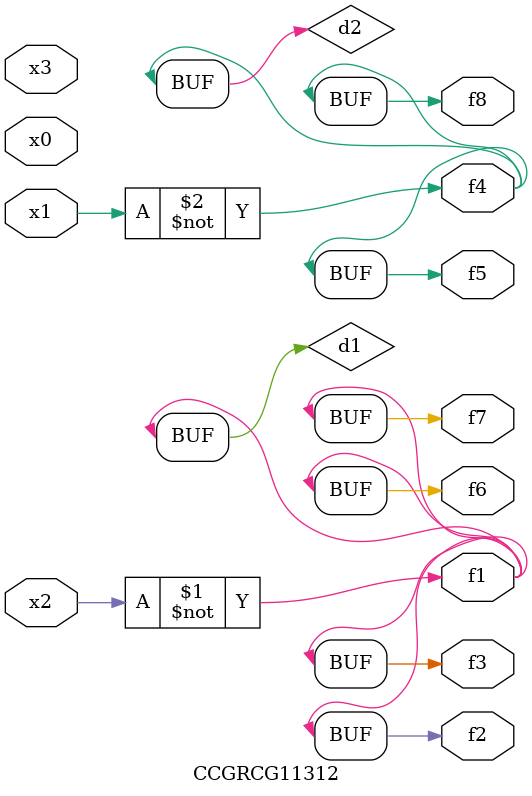
<source format=v>
module CCGRCG11312(
	input x0, x1, x2, x3,
	output f1, f2, f3, f4, f5, f6, f7, f8
);

	wire d1, d2;

	xnor (d1, x2);
	not (d2, x1);
	assign f1 = d1;
	assign f2 = d1;
	assign f3 = d1;
	assign f4 = d2;
	assign f5 = d2;
	assign f6 = d1;
	assign f7 = d1;
	assign f8 = d2;
endmodule

</source>
